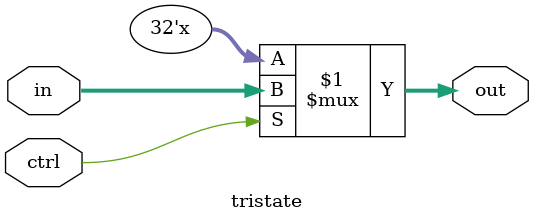
<source format=v>
module tristate(ctrl, in, out);

	input ctrl;
	input[31:0] in;
	output[31:0] out;
	
	assign out = ctrl ? in : 32'bz;

endmodule

</source>
